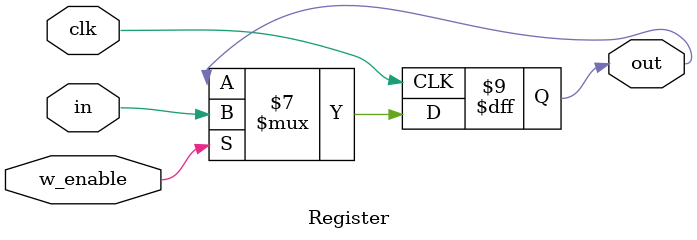
<source format=v>
`ifndef Register
`define Register

module Register(clk, in, w_enable, out);
    parameter n = 1;
    input clk, w_enable;
    input [n-1:0] in;
    output reg [n-1:0] out;
    
    integer i;

    always @(posedge clk) begin
        if(w_enable)
            for(i = 0; i<n; i++) begin
                out[i] <= in[i];
            end
    end

endmodule

`endif

</source>
